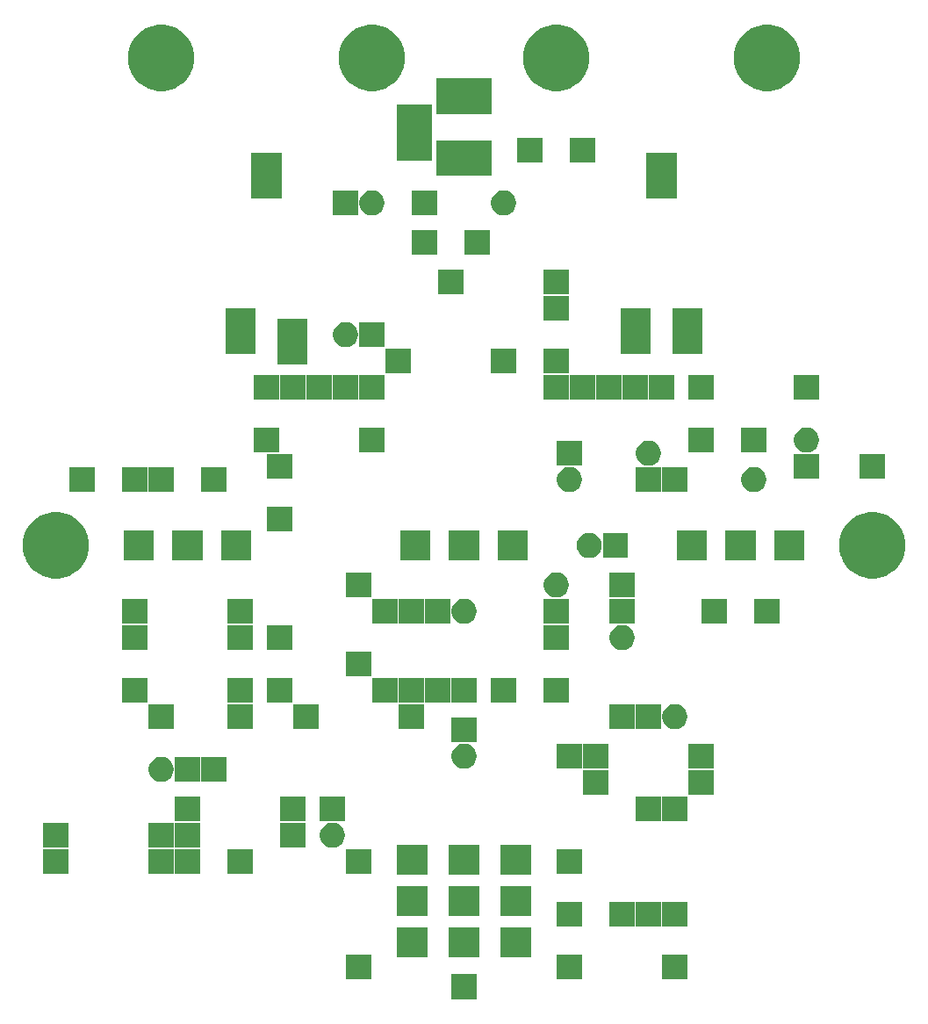
<source format=gbr>
G04 #@! TF.GenerationSoftware,KiCad,Pcbnew,5.1.6-c6e7f7d~87~ubuntu19.10.1*
G04 #@! TF.CreationDate,2022-03-20T14:59:11+06:00*
G04 #@! TF.ProjectId,good_grief_overdrive_r1a,676f6f64-5f67-4726-9965-665f6f766572,1A*
G04 #@! TF.SameCoordinates,Original*
G04 #@! TF.FileFunction,Soldermask,Bot*
G04 #@! TF.FilePolarity,Negative*
%FSLAX46Y46*%
G04 Gerber Fmt 4.6, Leading zero omitted, Abs format (unit mm)*
G04 Created by KiCad (PCBNEW 5.1.6-c6e7f7d~87~ubuntu19.10.1) date 2022-03-20 14:59:11*
%MOMM*%
%LPD*%
G01*
G04 APERTURE LIST*
%ADD10C,0.100000*%
G04 APERTURE END LIST*
D10*
G36*
X106610000Y-187255000D02*
G01*
X104210000Y-187255000D01*
X104210000Y-184855000D01*
X106610000Y-184855000D01*
X106610000Y-187255000D01*
G37*
G36*
X96450000Y-185350000D02*
G01*
X94050000Y-185350000D01*
X94050000Y-182950000D01*
X96450000Y-182950000D01*
X96450000Y-185350000D01*
G37*
G36*
X126930000Y-185350000D02*
G01*
X124530000Y-185350000D01*
X124530000Y-182950000D01*
X126930000Y-182950000D01*
X126930000Y-185350000D01*
G37*
G36*
X116770000Y-185350000D02*
G01*
X114370000Y-185350000D01*
X114370000Y-182950000D01*
X116770000Y-182950000D01*
X116770000Y-185350000D01*
G37*
G36*
X101860000Y-183250000D02*
G01*
X98960000Y-183250000D01*
X98960000Y-180350000D01*
X101860000Y-180350000D01*
X101860000Y-183250000D01*
G37*
G36*
X111860000Y-183250000D02*
G01*
X108960000Y-183250000D01*
X108960000Y-180350000D01*
X111860000Y-180350000D01*
X111860000Y-183250000D01*
G37*
G36*
X106860000Y-183250000D02*
G01*
X103960000Y-183250000D01*
X103960000Y-180350000D01*
X106860000Y-180350000D01*
X106860000Y-183250000D01*
G37*
G36*
X121850000Y-180270000D02*
G01*
X119450000Y-180270000D01*
X119450000Y-177870000D01*
X121850000Y-177870000D01*
X121850000Y-180270000D01*
G37*
G36*
X116770000Y-180270000D02*
G01*
X114370000Y-180270000D01*
X114370000Y-177870000D01*
X116770000Y-177870000D01*
X116770000Y-180270000D01*
G37*
G36*
X126930000Y-180270000D02*
G01*
X124530000Y-180270000D01*
X124530000Y-177870000D01*
X126930000Y-177870000D01*
X126930000Y-180270000D01*
G37*
G36*
X124390000Y-180270000D02*
G01*
X121990000Y-180270000D01*
X121990000Y-177870000D01*
X124390000Y-177870000D01*
X124390000Y-180270000D01*
G37*
G36*
X101860000Y-179250000D02*
G01*
X98960000Y-179250000D01*
X98960000Y-176350000D01*
X101860000Y-176350000D01*
X101860000Y-179250000D01*
G37*
G36*
X106860000Y-179250000D02*
G01*
X103960000Y-179250000D01*
X103960000Y-176350000D01*
X106860000Y-176350000D01*
X106860000Y-179250000D01*
G37*
G36*
X111860000Y-179250000D02*
G01*
X108960000Y-179250000D01*
X108960000Y-176350000D01*
X111860000Y-176350000D01*
X111860000Y-179250000D01*
G37*
G36*
X101860000Y-175250000D02*
G01*
X98960000Y-175250000D01*
X98960000Y-172350000D01*
X101860000Y-172350000D01*
X101860000Y-175250000D01*
G37*
G36*
X111860000Y-175250000D02*
G01*
X108960000Y-175250000D01*
X108960000Y-172350000D01*
X111860000Y-172350000D01*
X111860000Y-175250000D01*
G37*
G36*
X106860000Y-175250000D02*
G01*
X103960000Y-175250000D01*
X103960000Y-172350000D01*
X106860000Y-172350000D01*
X106860000Y-175250000D01*
G37*
G36*
X67240000Y-175190000D02*
G01*
X64840000Y-175190000D01*
X64840000Y-172790000D01*
X67240000Y-172790000D01*
X67240000Y-175190000D01*
G37*
G36*
X96450000Y-175190000D02*
G01*
X94050000Y-175190000D01*
X94050000Y-172790000D01*
X96450000Y-172790000D01*
X96450000Y-175190000D01*
G37*
G36*
X77400000Y-175190000D02*
G01*
X75000000Y-175190000D01*
X75000000Y-172790000D01*
X77400000Y-172790000D01*
X77400000Y-175190000D01*
G37*
G36*
X85020000Y-175190000D02*
G01*
X82620000Y-175190000D01*
X82620000Y-172790000D01*
X85020000Y-172790000D01*
X85020000Y-175190000D01*
G37*
G36*
X116770000Y-175190000D02*
G01*
X114370000Y-175190000D01*
X114370000Y-172790000D01*
X116770000Y-172790000D01*
X116770000Y-175190000D01*
G37*
G36*
X79940000Y-175190000D02*
G01*
X77540000Y-175190000D01*
X77540000Y-172790000D01*
X79940000Y-172790000D01*
X79940000Y-175190000D01*
G37*
G36*
X67240000Y-172650000D02*
G01*
X64840000Y-172650000D01*
X64840000Y-170250000D01*
X67240000Y-170250000D01*
X67240000Y-172650000D01*
G37*
G36*
X93060025Y-170296115D02*
G01*
X93060028Y-170296116D01*
X93060027Y-170296116D01*
X93278413Y-170386574D01*
X93474955Y-170517899D01*
X93642101Y-170685045D01*
X93773426Y-170881587D01*
X93773427Y-170881589D01*
X93863885Y-171099975D01*
X93910000Y-171331809D01*
X93910000Y-171568191D01*
X93863885Y-171800025D01*
X93863884Y-171800027D01*
X93773426Y-172018413D01*
X93642101Y-172214955D01*
X93474955Y-172382101D01*
X93278413Y-172513426D01*
X93278412Y-172513427D01*
X93278411Y-172513427D01*
X93060025Y-172603885D01*
X92828191Y-172650000D01*
X92591809Y-172650000D01*
X92359975Y-172603885D01*
X92141589Y-172513427D01*
X92141588Y-172513427D01*
X92141587Y-172513426D01*
X91945045Y-172382101D01*
X91777899Y-172214955D01*
X91646574Y-172018413D01*
X91556116Y-171800027D01*
X91556115Y-171800025D01*
X91510000Y-171568191D01*
X91510000Y-171331809D01*
X91556115Y-171099975D01*
X91646573Y-170881589D01*
X91646574Y-170881587D01*
X91777899Y-170685045D01*
X91945045Y-170517899D01*
X92141587Y-170386574D01*
X92359973Y-170296116D01*
X92359972Y-170296116D01*
X92359975Y-170296115D01*
X92591809Y-170250000D01*
X92828191Y-170250000D01*
X93060025Y-170296115D01*
G37*
G36*
X90100000Y-172650000D02*
G01*
X87700000Y-172650000D01*
X87700000Y-170250000D01*
X90100000Y-170250000D01*
X90100000Y-172650000D01*
G37*
G36*
X79940000Y-172650000D02*
G01*
X77540000Y-172650000D01*
X77540000Y-170250000D01*
X79940000Y-170250000D01*
X79940000Y-172650000D01*
G37*
G36*
X77400000Y-172650000D02*
G01*
X75000000Y-172650000D01*
X75000000Y-170250000D01*
X77400000Y-170250000D01*
X77400000Y-172650000D01*
G37*
G36*
X126930000Y-170110000D02*
G01*
X124530000Y-170110000D01*
X124530000Y-167710000D01*
X126930000Y-167710000D01*
X126930000Y-170110000D01*
G37*
G36*
X79940000Y-170110000D02*
G01*
X77540000Y-170110000D01*
X77540000Y-167710000D01*
X79940000Y-167710000D01*
X79940000Y-170110000D01*
G37*
G36*
X124390000Y-170110000D02*
G01*
X121990000Y-170110000D01*
X121990000Y-167710000D01*
X124390000Y-167710000D01*
X124390000Y-170110000D01*
G37*
G36*
X90100000Y-170110000D02*
G01*
X87700000Y-170110000D01*
X87700000Y-167710000D01*
X90100000Y-167710000D01*
X90100000Y-170110000D01*
G37*
G36*
X93910000Y-170110000D02*
G01*
X91510000Y-170110000D01*
X91510000Y-167710000D01*
X93910000Y-167710000D01*
X93910000Y-170110000D01*
G37*
G36*
X129470000Y-167570000D02*
G01*
X127070000Y-167570000D01*
X127070000Y-165170000D01*
X129470000Y-165170000D01*
X129470000Y-167570000D01*
G37*
G36*
X119310000Y-167570000D02*
G01*
X116910000Y-167570000D01*
X116910000Y-165170000D01*
X119310000Y-165170000D01*
X119310000Y-167570000D01*
G37*
G36*
X76550025Y-163946115D02*
G01*
X76555037Y-163948191D01*
X76768413Y-164036574D01*
X76964955Y-164167899D01*
X77132101Y-164335045D01*
X77174442Y-164398413D01*
X77263427Y-164531589D01*
X77353885Y-164749975D01*
X77400000Y-164981809D01*
X77400000Y-165218191D01*
X77353885Y-165450025D01*
X77353884Y-165450027D01*
X77263426Y-165668413D01*
X77132101Y-165864955D01*
X76964955Y-166032101D01*
X76768413Y-166163426D01*
X76768412Y-166163427D01*
X76768411Y-166163427D01*
X76550025Y-166253885D01*
X76318191Y-166300000D01*
X76081809Y-166300000D01*
X75849975Y-166253885D01*
X75631589Y-166163427D01*
X75631588Y-166163427D01*
X75631587Y-166163426D01*
X75435045Y-166032101D01*
X75267899Y-165864955D01*
X75136574Y-165668413D01*
X75046116Y-165450027D01*
X75046115Y-165450025D01*
X75000000Y-165218191D01*
X75000000Y-164981809D01*
X75046115Y-164749975D01*
X75136573Y-164531589D01*
X75225558Y-164398413D01*
X75267899Y-164335045D01*
X75435045Y-164167899D01*
X75631587Y-164036574D01*
X75844963Y-163948191D01*
X75849975Y-163946115D01*
X76081809Y-163900000D01*
X76318191Y-163900000D01*
X76550025Y-163946115D01*
G37*
G36*
X82480000Y-166300000D02*
G01*
X80080000Y-166300000D01*
X80080000Y-163900000D01*
X82480000Y-163900000D01*
X82480000Y-166300000D01*
G37*
G36*
X79940000Y-166300000D02*
G01*
X77540000Y-166300000D01*
X77540000Y-163900000D01*
X79940000Y-163900000D01*
X79940000Y-166300000D01*
G37*
G36*
X105760025Y-162676115D02*
G01*
X105760028Y-162676116D01*
X105760027Y-162676116D01*
X105978413Y-162766574D01*
X106174955Y-162897899D01*
X106342101Y-163065045D01*
X106473426Y-163261587D01*
X106473427Y-163261589D01*
X106563885Y-163479975D01*
X106610000Y-163711809D01*
X106610000Y-163948191D01*
X106563885Y-164180025D01*
X106473427Y-164398411D01*
X106473426Y-164398413D01*
X106342101Y-164594955D01*
X106174955Y-164762101D01*
X105978413Y-164893426D01*
X105978412Y-164893427D01*
X105978411Y-164893427D01*
X105760025Y-164983885D01*
X105528191Y-165030000D01*
X105291809Y-165030000D01*
X105059975Y-164983885D01*
X104841589Y-164893427D01*
X104841588Y-164893427D01*
X104841587Y-164893426D01*
X104645045Y-164762101D01*
X104477899Y-164594955D01*
X104346574Y-164398413D01*
X104346573Y-164398411D01*
X104256115Y-164180025D01*
X104210000Y-163948191D01*
X104210000Y-163711809D01*
X104256115Y-163479975D01*
X104346573Y-163261589D01*
X104346574Y-163261587D01*
X104477899Y-163065045D01*
X104645045Y-162897899D01*
X104841587Y-162766574D01*
X105059973Y-162676116D01*
X105059972Y-162676116D01*
X105059975Y-162676115D01*
X105291809Y-162630000D01*
X105528191Y-162630000D01*
X105760025Y-162676115D01*
G37*
G36*
X116770000Y-165030000D02*
G01*
X114370000Y-165030000D01*
X114370000Y-162630000D01*
X116770000Y-162630000D01*
X116770000Y-165030000D01*
G37*
G36*
X119310000Y-165030000D02*
G01*
X116910000Y-165030000D01*
X116910000Y-162630000D01*
X119310000Y-162630000D01*
X119310000Y-165030000D01*
G37*
G36*
X129470000Y-165030000D02*
G01*
X127070000Y-165030000D01*
X127070000Y-162630000D01*
X129470000Y-162630000D01*
X129470000Y-165030000D01*
G37*
G36*
X106610000Y-162490000D02*
G01*
X104210000Y-162490000D01*
X104210000Y-160090000D01*
X106610000Y-160090000D01*
X106610000Y-162490000D01*
G37*
G36*
X124390000Y-161220000D02*
G01*
X121990000Y-161220000D01*
X121990000Y-158820000D01*
X124390000Y-158820000D01*
X124390000Y-161220000D01*
G37*
G36*
X91370000Y-161220000D02*
G01*
X88970000Y-161220000D01*
X88970000Y-158820000D01*
X91370000Y-158820000D01*
X91370000Y-161220000D01*
G37*
G36*
X85020000Y-161220000D02*
G01*
X82620000Y-161220000D01*
X82620000Y-158820000D01*
X85020000Y-158820000D01*
X85020000Y-161220000D01*
G37*
G36*
X77400000Y-161220000D02*
G01*
X75000000Y-161220000D01*
X75000000Y-158820000D01*
X77400000Y-158820000D01*
X77400000Y-161220000D01*
G37*
G36*
X101530000Y-161220000D02*
G01*
X99130000Y-161220000D01*
X99130000Y-158820000D01*
X101530000Y-158820000D01*
X101530000Y-161220000D01*
G37*
G36*
X121850000Y-161220000D02*
G01*
X119450000Y-161220000D01*
X119450000Y-158820000D01*
X121850000Y-158820000D01*
X121850000Y-161220000D01*
G37*
G36*
X126080025Y-158866115D02*
G01*
X126080028Y-158866116D01*
X126080027Y-158866116D01*
X126298413Y-158956574D01*
X126494955Y-159087899D01*
X126662101Y-159255045D01*
X126793426Y-159451587D01*
X126793427Y-159451589D01*
X126883885Y-159669975D01*
X126930000Y-159901809D01*
X126930000Y-160138191D01*
X126883885Y-160370025D01*
X126883884Y-160370027D01*
X126793426Y-160588413D01*
X126662101Y-160784955D01*
X126494955Y-160952101D01*
X126298413Y-161083426D01*
X126298412Y-161083427D01*
X126298411Y-161083427D01*
X126080025Y-161173885D01*
X125848191Y-161220000D01*
X125611809Y-161220000D01*
X125379975Y-161173885D01*
X125161589Y-161083427D01*
X125161588Y-161083427D01*
X125161587Y-161083426D01*
X124965045Y-160952101D01*
X124797899Y-160784955D01*
X124666574Y-160588413D01*
X124576116Y-160370027D01*
X124576115Y-160370025D01*
X124530000Y-160138191D01*
X124530000Y-159901809D01*
X124576115Y-159669975D01*
X124666573Y-159451589D01*
X124666574Y-159451587D01*
X124797899Y-159255045D01*
X124965045Y-159087899D01*
X125161587Y-158956574D01*
X125379973Y-158866116D01*
X125379972Y-158866116D01*
X125379975Y-158866115D01*
X125611809Y-158820000D01*
X125848191Y-158820000D01*
X126080025Y-158866115D01*
G37*
G36*
X115500000Y-158680000D02*
G01*
X113100000Y-158680000D01*
X113100000Y-156280000D01*
X115500000Y-156280000D01*
X115500000Y-158680000D01*
G37*
G36*
X110420000Y-158680000D02*
G01*
X108020000Y-158680000D01*
X108020000Y-156280000D01*
X110420000Y-156280000D01*
X110420000Y-158680000D01*
G37*
G36*
X85020000Y-158680000D02*
G01*
X82620000Y-158680000D01*
X82620000Y-156280000D01*
X85020000Y-156280000D01*
X85020000Y-158680000D01*
G37*
G36*
X88830000Y-158680000D02*
G01*
X86430000Y-158680000D01*
X86430000Y-156280000D01*
X88830000Y-156280000D01*
X88830000Y-158680000D01*
G37*
G36*
X101530000Y-158680000D02*
G01*
X99130000Y-158680000D01*
X99130000Y-156280000D01*
X101530000Y-156280000D01*
X101530000Y-158680000D01*
G37*
G36*
X74860000Y-158680000D02*
G01*
X72460000Y-158680000D01*
X72460000Y-156280000D01*
X74860000Y-156280000D01*
X74860000Y-158680000D01*
G37*
G36*
X106610000Y-158680000D02*
G01*
X104210000Y-158680000D01*
X104210000Y-156280000D01*
X106610000Y-156280000D01*
X106610000Y-158680000D01*
G37*
G36*
X104070000Y-158680000D02*
G01*
X101670000Y-158680000D01*
X101670000Y-156280000D01*
X104070000Y-156280000D01*
X104070000Y-158680000D01*
G37*
G36*
X98990000Y-158680000D02*
G01*
X96590000Y-158680000D01*
X96590000Y-156280000D01*
X98990000Y-156280000D01*
X98990000Y-158680000D01*
G37*
G36*
X96450000Y-156140000D02*
G01*
X94050000Y-156140000D01*
X94050000Y-153740000D01*
X96450000Y-153740000D01*
X96450000Y-156140000D01*
G37*
G36*
X121000025Y-151246115D02*
G01*
X121000028Y-151246116D01*
X121000027Y-151246116D01*
X121218413Y-151336574D01*
X121414955Y-151467899D01*
X121582101Y-151635045D01*
X121713426Y-151831587D01*
X121713427Y-151831589D01*
X121803885Y-152049975D01*
X121850000Y-152281809D01*
X121850000Y-152518191D01*
X121803885Y-152750025D01*
X121803884Y-152750027D01*
X121713426Y-152968413D01*
X121582101Y-153164955D01*
X121414955Y-153332101D01*
X121218413Y-153463426D01*
X121218412Y-153463427D01*
X121218411Y-153463427D01*
X121000025Y-153553885D01*
X120768191Y-153600000D01*
X120531809Y-153600000D01*
X120299975Y-153553885D01*
X120081589Y-153463427D01*
X120081588Y-153463427D01*
X120081587Y-153463426D01*
X119885045Y-153332101D01*
X119717899Y-153164955D01*
X119586574Y-152968413D01*
X119496116Y-152750027D01*
X119496115Y-152750025D01*
X119450000Y-152518191D01*
X119450000Y-152281809D01*
X119496115Y-152049975D01*
X119586573Y-151831589D01*
X119586574Y-151831587D01*
X119717899Y-151635045D01*
X119885045Y-151467899D01*
X120081587Y-151336574D01*
X120299973Y-151246116D01*
X120299972Y-151246116D01*
X120299975Y-151246115D01*
X120531809Y-151200000D01*
X120768191Y-151200000D01*
X121000025Y-151246115D01*
G37*
G36*
X115500000Y-153600000D02*
G01*
X113100000Y-153600000D01*
X113100000Y-151200000D01*
X115500000Y-151200000D01*
X115500000Y-153600000D01*
G37*
G36*
X88830000Y-153600000D02*
G01*
X86430000Y-153600000D01*
X86430000Y-151200000D01*
X88830000Y-151200000D01*
X88830000Y-153600000D01*
G37*
G36*
X74860000Y-153600000D02*
G01*
X72460000Y-153600000D01*
X72460000Y-151200000D01*
X74860000Y-151200000D01*
X74860000Y-153600000D01*
G37*
G36*
X85020000Y-153600000D02*
G01*
X82620000Y-153600000D01*
X82620000Y-151200000D01*
X85020000Y-151200000D01*
X85020000Y-153600000D01*
G37*
G36*
X98990000Y-151060000D02*
G01*
X96590000Y-151060000D01*
X96590000Y-148660000D01*
X98990000Y-148660000D01*
X98990000Y-151060000D01*
G37*
G36*
X74860000Y-151060000D02*
G01*
X72460000Y-151060000D01*
X72460000Y-148660000D01*
X74860000Y-148660000D01*
X74860000Y-151060000D01*
G37*
G36*
X130740000Y-151060000D02*
G01*
X128340000Y-151060000D01*
X128340000Y-148660000D01*
X130740000Y-148660000D01*
X130740000Y-151060000D01*
G37*
G36*
X104070000Y-151060000D02*
G01*
X101670000Y-151060000D01*
X101670000Y-148660000D01*
X104070000Y-148660000D01*
X104070000Y-151060000D01*
G37*
G36*
X101530000Y-151060000D02*
G01*
X99130000Y-151060000D01*
X99130000Y-148660000D01*
X101530000Y-148660000D01*
X101530000Y-151060000D01*
G37*
G36*
X135820000Y-151060000D02*
G01*
X133420000Y-151060000D01*
X133420000Y-148660000D01*
X135820000Y-148660000D01*
X135820000Y-151060000D01*
G37*
G36*
X115500000Y-151060000D02*
G01*
X113100000Y-151060000D01*
X113100000Y-148660000D01*
X115500000Y-148660000D01*
X115500000Y-151060000D01*
G37*
G36*
X105760025Y-148706115D02*
G01*
X105760028Y-148706116D01*
X105760027Y-148706116D01*
X105978413Y-148796574D01*
X106174955Y-148927899D01*
X106342101Y-149095045D01*
X106473426Y-149291587D01*
X106473427Y-149291589D01*
X106563885Y-149509975D01*
X106610000Y-149741809D01*
X106610000Y-149978191D01*
X106563885Y-150210025D01*
X106563884Y-150210027D01*
X106473426Y-150428413D01*
X106342101Y-150624955D01*
X106174955Y-150792101D01*
X105978413Y-150923426D01*
X105978412Y-150923427D01*
X105978411Y-150923427D01*
X105760025Y-151013885D01*
X105528191Y-151060000D01*
X105291809Y-151060000D01*
X105059975Y-151013885D01*
X104841589Y-150923427D01*
X104841588Y-150923427D01*
X104841587Y-150923426D01*
X104645045Y-150792101D01*
X104477899Y-150624955D01*
X104346574Y-150428413D01*
X104256116Y-150210027D01*
X104256115Y-150210025D01*
X104210000Y-149978191D01*
X104210000Y-149741809D01*
X104256115Y-149509975D01*
X104346573Y-149291589D01*
X104346574Y-149291587D01*
X104477899Y-149095045D01*
X104645045Y-148927899D01*
X104841587Y-148796574D01*
X105059973Y-148706116D01*
X105059972Y-148706116D01*
X105059975Y-148706115D01*
X105291809Y-148660000D01*
X105528191Y-148660000D01*
X105760025Y-148706115D01*
G37*
G36*
X85020000Y-151060000D02*
G01*
X82620000Y-151060000D01*
X82620000Y-148660000D01*
X85020000Y-148660000D01*
X85020000Y-151060000D01*
G37*
G36*
X121850000Y-151060000D02*
G01*
X119450000Y-151060000D01*
X119450000Y-148660000D01*
X121850000Y-148660000D01*
X121850000Y-151060000D01*
G37*
G36*
X114650025Y-146166115D02*
G01*
X114650028Y-146166116D01*
X114650027Y-146166116D01*
X114868413Y-146256574D01*
X115064955Y-146387899D01*
X115232101Y-146555045D01*
X115335638Y-146710000D01*
X115363427Y-146751589D01*
X115453885Y-146969975D01*
X115500000Y-147201809D01*
X115500000Y-147438191D01*
X115453885Y-147670025D01*
X115453884Y-147670027D01*
X115363426Y-147888413D01*
X115232101Y-148084955D01*
X115064955Y-148252101D01*
X114868413Y-148383426D01*
X114868412Y-148383427D01*
X114868411Y-148383427D01*
X114650025Y-148473885D01*
X114418191Y-148520000D01*
X114181809Y-148520000D01*
X113949975Y-148473885D01*
X113731589Y-148383427D01*
X113731588Y-148383427D01*
X113731587Y-148383426D01*
X113535045Y-148252101D01*
X113367899Y-148084955D01*
X113236574Y-147888413D01*
X113146116Y-147670027D01*
X113146115Y-147670025D01*
X113100000Y-147438191D01*
X113100000Y-147201809D01*
X113146115Y-146969975D01*
X113236573Y-146751589D01*
X113264362Y-146710000D01*
X113367899Y-146555045D01*
X113535045Y-146387899D01*
X113731587Y-146256574D01*
X113949973Y-146166116D01*
X113949972Y-146166116D01*
X113949975Y-146166115D01*
X114181809Y-146120000D01*
X114418191Y-146120000D01*
X114650025Y-146166115D01*
G37*
G36*
X121850000Y-148520000D02*
G01*
X119450000Y-148520000D01*
X119450000Y-146120000D01*
X121850000Y-146120000D01*
X121850000Y-148520000D01*
G37*
G36*
X96450000Y-148520000D02*
G01*
X94050000Y-148520000D01*
X94050000Y-146120000D01*
X96450000Y-146120000D01*
X96450000Y-148520000D01*
G37*
G36*
X145713404Y-140432974D02*
G01*
X146054545Y-140574279D01*
X146295768Y-140674197D01*
X146819881Y-141024398D01*
X147265602Y-141470119D01*
X147615803Y-141994232D01*
X147615803Y-141994233D01*
X147857026Y-142576596D01*
X147980000Y-143194826D01*
X147980000Y-143825174D01*
X147857026Y-144443404D01*
X147746598Y-144710000D01*
X147615803Y-145025768D01*
X147265602Y-145549881D01*
X146819881Y-145995602D01*
X146295768Y-146345803D01*
X146054545Y-146445721D01*
X145713404Y-146587026D01*
X145095174Y-146710000D01*
X144464826Y-146710000D01*
X143846596Y-146587026D01*
X143505455Y-146445721D01*
X143264232Y-146345803D01*
X142740119Y-145995602D01*
X142294398Y-145549881D01*
X141944197Y-145025768D01*
X141813402Y-144710000D01*
X141702974Y-144443404D01*
X141580000Y-143825174D01*
X141580000Y-143194826D01*
X141702974Y-142576596D01*
X141944197Y-141994233D01*
X141944197Y-141994232D01*
X142294398Y-141470119D01*
X142740119Y-141024398D01*
X143264232Y-140674197D01*
X143505455Y-140574279D01*
X143846596Y-140432974D01*
X144464826Y-140310000D01*
X145095174Y-140310000D01*
X145713404Y-140432974D01*
G37*
G36*
X66973404Y-140432974D02*
G01*
X67314545Y-140574279D01*
X67555768Y-140674197D01*
X68079881Y-141024398D01*
X68525602Y-141470119D01*
X68875803Y-141994232D01*
X68875803Y-141994233D01*
X69117026Y-142576596D01*
X69240000Y-143194826D01*
X69240000Y-143825174D01*
X69117026Y-144443404D01*
X69006598Y-144710000D01*
X68875803Y-145025768D01*
X68525602Y-145549881D01*
X68079881Y-145995602D01*
X67555768Y-146345803D01*
X67314545Y-146445721D01*
X66973404Y-146587026D01*
X66355174Y-146710000D01*
X65724826Y-146710000D01*
X65106596Y-146587026D01*
X64765455Y-146445721D01*
X64524232Y-146345803D01*
X64000119Y-145995602D01*
X63554398Y-145549881D01*
X63204197Y-145025768D01*
X63073402Y-144710000D01*
X62962974Y-144443404D01*
X62840000Y-143825174D01*
X62840000Y-143194826D01*
X62962974Y-142576596D01*
X63204197Y-141994233D01*
X63204197Y-141994232D01*
X63554398Y-141470119D01*
X64000119Y-141024398D01*
X64524232Y-140674197D01*
X64765455Y-140574279D01*
X65106596Y-140432974D01*
X65724826Y-140310000D01*
X66355174Y-140310000D01*
X66973404Y-140432974D01*
G37*
G36*
X111560000Y-144960000D02*
G01*
X108660000Y-144960000D01*
X108660000Y-142060000D01*
X111560000Y-142060000D01*
X111560000Y-144960000D01*
G37*
G36*
X106860000Y-144960000D02*
G01*
X103960000Y-144960000D01*
X103960000Y-142060000D01*
X106860000Y-142060000D01*
X106860000Y-144960000D01*
G37*
G36*
X102160000Y-144960000D02*
G01*
X99260000Y-144960000D01*
X99260000Y-142060000D01*
X102160000Y-142060000D01*
X102160000Y-144960000D01*
G37*
G36*
X128830000Y-144960000D02*
G01*
X125930000Y-144960000D01*
X125930000Y-142060000D01*
X128830000Y-142060000D01*
X128830000Y-144960000D01*
G37*
G36*
X133530000Y-144960000D02*
G01*
X130630000Y-144960000D01*
X130630000Y-142060000D01*
X133530000Y-142060000D01*
X133530000Y-144960000D01*
G37*
G36*
X84890000Y-144960000D02*
G01*
X81990000Y-144960000D01*
X81990000Y-142060000D01*
X84890000Y-142060000D01*
X84890000Y-144960000D01*
G37*
G36*
X75490000Y-144960000D02*
G01*
X72590000Y-144960000D01*
X72590000Y-142060000D01*
X75490000Y-142060000D01*
X75490000Y-144960000D01*
G37*
G36*
X80190000Y-144960000D02*
G01*
X77290000Y-144960000D01*
X77290000Y-142060000D01*
X80190000Y-142060000D01*
X80190000Y-144960000D01*
G37*
G36*
X138230000Y-144960000D02*
G01*
X135330000Y-144960000D01*
X135330000Y-142060000D01*
X138230000Y-142060000D01*
X138230000Y-144960000D01*
G37*
G36*
X117825025Y-142356115D02*
G01*
X117825028Y-142356116D01*
X117825027Y-142356116D01*
X118043413Y-142446574D01*
X118239955Y-142577899D01*
X118407101Y-142745045D01*
X118538426Y-142941587D01*
X118538427Y-142941589D01*
X118628885Y-143159975D01*
X118675000Y-143391809D01*
X118675000Y-143628191D01*
X118628885Y-143860025D01*
X118628884Y-143860027D01*
X118538426Y-144078413D01*
X118407101Y-144274955D01*
X118239955Y-144442101D01*
X118043413Y-144573426D01*
X118043412Y-144573427D01*
X118043411Y-144573427D01*
X117825025Y-144663885D01*
X117593191Y-144710000D01*
X117356809Y-144710000D01*
X117124975Y-144663885D01*
X116906589Y-144573427D01*
X116906588Y-144573427D01*
X116906587Y-144573426D01*
X116710045Y-144442101D01*
X116542899Y-144274955D01*
X116411574Y-144078413D01*
X116321116Y-143860027D01*
X116321115Y-143860025D01*
X116275000Y-143628191D01*
X116275000Y-143391809D01*
X116321115Y-143159975D01*
X116411573Y-142941589D01*
X116411574Y-142941587D01*
X116542899Y-142745045D01*
X116710045Y-142577899D01*
X116906587Y-142446574D01*
X117124973Y-142356116D01*
X117124972Y-142356116D01*
X117124975Y-142356115D01*
X117356809Y-142310000D01*
X117593191Y-142310000D01*
X117825025Y-142356115D01*
G37*
G36*
X121215000Y-144710000D02*
G01*
X118815000Y-144710000D01*
X118815000Y-142310000D01*
X121215000Y-142310000D01*
X121215000Y-144710000D01*
G37*
G36*
X88830000Y-142170000D02*
G01*
X86430000Y-142170000D01*
X86430000Y-139770000D01*
X88830000Y-139770000D01*
X88830000Y-142170000D01*
G37*
G36*
X124390000Y-138360000D02*
G01*
X121990000Y-138360000D01*
X121990000Y-135960000D01*
X124390000Y-135960000D01*
X124390000Y-138360000D01*
G37*
G36*
X69780000Y-138360000D02*
G01*
X67380000Y-138360000D01*
X67380000Y-135960000D01*
X69780000Y-135960000D01*
X69780000Y-138360000D01*
G37*
G36*
X74860000Y-138360000D02*
G01*
X72460000Y-138360000D01*
X72460000Y-135960000D01*
X74860000Y-135960000D01*
X74860000Y-138360000D01*
G37*
G36*
X77400000Y-138360000D02*
G01*
X75000000Y-138360000D01*
X75000000Y-135960000D01*
X77400000Y-135960000D01*
X77400000Y-138360000D01*
G37*
G36*
X115920025Y-136006115D02*
G01*
X115920028Y-136006116D01*
X115920027Y-136006116D01*
X116138413Y-136096574D01*
X116334955Y-136227899D01*
X116502101Y-136395045D01*
X116633426Y-136591587D01*
X116633427Y-136591589D01*
X116723885Y-136809975D01*
X116770000Y-137041809D01*
X116770000Y-137278191D01*
X116723885Y-137510025D01*
X116723884Y-137510027D01*
X116633426Y-137728413D01*
X116502101Y-137924955D01*
X116334955Y-138092101D01*
X116138413Y-138223426D01*
X116138412Y-138223427D01*
X116138411Y-138223427D01*
X115920025Y-138313885D01*
X115688191Y-138360000D01*
X115451809Y-138360000D01*
X115219975Y-138313885D01*
X115001589Y-138223427D01*
X115001588Y-138223427D01*
X115001587Y-138223426D01*
X114805045Y-138092101D01*
X114637899Y-137924955D01*
X114506574Y-137728413D01*
X114416116Y-137510027D01*
X114416115Y-137510025D01*
X114370000Y-137278191D01*
X114370000Y-137041809D01*
X114416115Y-136809975D01*
X114506573Y-136591589D01*
X114506574Y-136591587D01*
X114637899Y-136395045D01*
X114805045Y-136227899D01*
X115001587Y-136096574D01*
X115219973Y-136006116D01*
X115219972Y-136006116D01*
X115219975Y-136006115D01*
X115451809Y-135960000D01*
X115688191Y-135960000D01*
X115920025Y-136006115D01*
G37*
G36*
X82480000Y-138360000D02*
G01*
X80080000Y-138360000D01*
X80080000Y-135960000D01*
X82480000Y-135960000D01*
X82480000Y-138360000D01*
G37*
G36*
X126930000Y-138360000D02*
G01*
X124530000Y-138360000D01*
X124530000Y-135960000D01*
X126930000Y-135960000D01*
X126930000Y-138360000D01*
G37*
G36*
X133700025Y-136006115D02*
G01*
X133700028Y-136006116D01*
X133700027Y-136006116D01*
X133918413Y-136096574D01*
X134114955Y-136227899D01*
X134282101Y-136395045D01*
X134413426Y-136591587D01*
X134413427Y-136591589D01*
X134503885Y-136809975D01*
X134550000Y-137041809D01*
X134550000Y-137278191D01*
X134503885Y-137510025D01*
X134503884Y-137510027D01*
X134413426Y-137728413D01*
X134282101Y-137924955D01*
X134114955Y-138092101D01*
X133918413Y-138223426D01*
X133918412Y-138223427D01*
X133918411Y-138223427D01*
X133700025Y-138313885D01*
X133468191Y-138360000D01*
X133231809Y-138360000D01*
X132999975Y-138313885D01*
X132781589Y-138223427D01*
X132781588Y-138223427D01*
X132781587Y-138223426D01*
X132585045Y-138092101D01*
X132417899Y-137924955D01*
X132286574Y-137728413D01*
X132196116Y-137510027D01*
X132196115Y-137510025D01*
X132150000Y-137278191D01*
X132150000Y-137041809D01*
X132196115Y-136809975D01*
X132286573Y-136591589D01*
X132286574Y-136591587D01*
X132417899Y-136395045D01*
X132585045Y-136227899D01*
X132781587Y-136096574D01*
X132999973Y-136006116D01*
X132999972Y-136006116D01*
X132999975Y-136006115D01*
X133231809Y-135960000D01*
X133468191Y-135960000D01*
X133700025Y-136006115D01*
G37*
G36*
X145980000Y-137090000D02*
G01*
X143580000Y-137090000D01*
X143580000Y-134690000D01*
X145980000Y-134690000D01*
X145980000Y-137090000D01*
G37*
G36*
X139630000Y-137090000D02*
G01*
X137230000Y-137090000D01*
X137230000Y-134690000D01*
X139630000Y-134690000D01*
X139630000Y-137090000D01*
G37*
G36*
X88830000Y-137090000D02*
G01*
X86430000Y-137090000D01*
X86430000Y-134690000D01*
X88830000Y-134690000D01*
X88830000Y-137090000D01*
G37*
G36*
X123540025Y-133466115D02*
G01*
X123545037Y-133468191D01*
X123758413Y-133556574D01*
X123954955Y-133687899D01*
X124122101Y-133855045D01*
X124164442Y-133918413D01*
X124253427Y-134051589D01*
X124343885Y-134269975D01*
X124390000Y-134501809D01*
X124390000Y-134738191D01*
X124343885Y-134970025D01*
X124343884Y-134970027D01*
X124253426Y-135188413D01*
X124122101Y-135384955D01*
X123954955Y-135552101D01*
X123758413Y-135683426D01*
X123758412Y-135683427D01*
X123758411Y-135683427D01*
X123540025Y-135773885D01*
X123308191Y-135820000D01*
X123071809Y-135820000D01*
X122839975Y-135773885D01*
X122621589Y-135683427D01*
X122621588Y-135683427D01*
X122621587Y-135683426D01*
X122425045Y-135552101D01*
X122257899Y-135384955D01*
X122126574Y-135188413D01*
X122036116Y-134970027D01*
X122036115Y-134970025D01*
X121990000Y-134738191D01*
X121990000Y-134501809D01*
X122036115Y-134269975D01*
X122126573Y-134051589D01*
X122215558Y-133918413D01*
X122257899Y-133855045D01*
X122425045Y-133687899D01*
X122621587Y-133556574D01*
X122834963Y-133468191D01*
X122839975Y-133466115D01*
X123071809Y-133420000D01*
X123308191Y-133420000D01*
X123540025Y-133466115D01*
G37*
G36*
X116770000Y-135820000D02*
G01*
X114370000Y-135820000D01*
X114370000Y-133420000D01*
X116770000Y-133420000D01*
X116770000Y-135820000D01*
G37*
G36*
X129470000Y-134550000D02*
G01*
X127070000Y-134550000D01*
X127070000Y-132150000D01*
X129470000Y-132150000D01*
X129470000Y-134550000D01*
G37*
G36*
X87560000Y-134550000D02*
G01*
X85160000Y-134550000D01*
X85160000Y-132150000D01*
X87560000Y-132150000D01*
X87560000Y-134550000D01*
G37*
G36*
X97720000Y-134550000D02*
G01*
X95320000Y-134550000D01*
X95320000Y-132150000D01*
X97720000Y-132150000D01*
X97720000Y-134550000D01*
G37*
G36*
X138780025Y-132196115D02*
G01*
X138780028Y-132196116D01*
X138780027Y-132196116D01*
X138998413Y-132286574D01*
X139194955Y-132417899D01*
X139362101Y-132585045D01*
X139493426Y-132781587D01*
X139493427Y-132781589D01*
X139583885Y-132999975D01*
X139630000Y-133231809D01*
X139630000Y-133468191D01*
X139583885Y-133700025D01*
X139493427Y-133918411D01*
X139493426Y-133918413D01*
X139362101Y-134114955D01*
X139194955Y-134282101D01*
X138998413Y-134413426D01*
X138998412Y-134413427D01*
X138998411Y-134413427D01*
X138780025Y-134503885D01*
X138548191Y-134550000D01*
X138311809Y-134550000D01*
X138079975Y-134503885D01*
X137861589Y-134413427D01*
X137861588Y-134413427D01*
X137861587Y-134413426D01*
X137665045Y-134282101D01*
X137497899Y-134114955D01*
X137366574Y-133918413D01*
X137366573Y-133918411D01*
X137276115Y-133700025D01*
X137230000Y-133468191D01*
X137230000Y-133231809D01*
X137276115Y-132999975D01*
X137366573Y-132781589D01*
X137366574Y-132781587D01*
X137497899Y-132585045D01*
X137665045Y-132417899D01*
X137861587Y-132286574D01*
X138079973Y-132196116D01*
X138079972Y-132196116D01*
X138079975Y-132196115D01*
X138311809Y-132150000D01*
X138548191Y-132150000D01*
X138780025Y-132196115D01*
G37*
G36*
X134550000Y-134550000D02*
G01*
X132150000Y-134550000D01*
X132150000Y-132150000D01*
X134550000Y-132150000D01*
X134550000Y-134550000D01*
G37*
G36*
X120580000Y-129470000D02*
G01*
X118180000Y-129470000D01*
X118180000Y-127070000D01*
X120580000Y-127070000D01*
X120580000Y-129470000D01*
G37*
G36*
X123120000Y-129470000D02*
G01*
X120720000Y-129470000D01*
X120720000Y-127070000D01*
X123120000Y-127070000D01*
X123120000Y-129470000D01*
G37*
G36*
X95180000Y-129470000D02*
G01*
X92780000Y-129470000D01*
X92780000Y-127070000D01*
X95180000Y-127070000D01*
X95180000Y-129470000D01*
G37*
G36*
X87560000Y-129470000D02*
G01*
X85160000Y-129470000D01*
X85160000Y-127070000D01*
X87560000Y-127070000D01*
X87560000Y-129470000D01*
G37*
G36*
X90100000Y-129470000D02*
G01*
X87700000Y-129470000D01*
X87700000Y-127070000D01*
X90100000Y-127070000D01*
X90100000Y-129470000D01*
G37*
G36*
X92640000Y-129470000D02*
G01*
X90240000Y-129470000D01*
X90240000Y-127070000D01*
X92640000Y-127070000D01*
X92640000Y-129470000D01*
G37*
G36*
X115500000Y-129470000D02*
G01*
X113100000Y-129470000D01*
X113100000Y-127070000D01*
X115500000Y-127070000D01*
X115500000Y-129470000D01*
G37*
G36*
X118040000Y-129470000D02*
G01*
X115640000Y-129470000D01*
X115640000Y-127070000D01*
X118040000Y-127070000D01*
X118040000Y-129470000D01*
G37*
G36*
X97720000Y-129470000D02*
G01*
X95320000Y-129470000D01*
X95320000Y-127070000D01*
X97720000Y-127070000D01*
X97720000Y-129470000D01*
G37*
G36*
X139630000Y-129470000D02*
G01*
X137230000Y-129470000D01*
X137230000Y-127070000D01*
X139630000Y-127070000D01*
X139630000Y-129470000D01*
G37*
G36*
X129470000Y-129470000D02*
G01*
X127070000Y-129470000D01*
X127070000Y-127070000D01*
X129470000Y-127070000D01*
X129470000Y-129470000D01*
G37*
G36*
X125660000Y-129470000D02*
G01*
X123260000Y-129470000D01*
X123260000Y-127070000D01*
X125660000Y-127070000D01*
X125660000Y-129470000D01*
G37*
G36*
X110420000Y-126930000D02*
G01*
X108020000Y-126930000D01*
X108020000Y-124530000D01*
X110420000Y-124530000D01*
X110420000Y-126930000D01*
G37*
G36*
X100260000Y-126930000D02*
G01*
X97860000Y-126930000D01*
X97860000Y-124530000D01*
X100260000Y-124530000D01*
X100260000Y-126930000D01*
G37*
G36*
X115500000Y-126930000D02*
G01*
X113100000Y-126930000D01*
X113100000Y-124530000D01*
X115500000Y-124530000D01*
X115500000Y-126930000D01*
G37*
G36*
X90310000Y-126030000D02*
G01*
X87410000Y-126030000D01*
X87410000Y-121630000D01*
X90310000Y-121630000D01*
X90310000Y-126030000D01*
G37*
G36*
X128410000Y-125030000D02*
G01*
X125510000Y-125030000D01*
X125510000Y-120630000D01*
X128410000Y-120630000D01*
X128410000Y-125030000D01*
G37*
G36*
X123410000Y-125030000D02*
G01*
X120510000Y-125030000D01*
X120510000Y-120630000D01*
X123410000Y-120630000D01*
X123410000Y-125030000D01*
G37*
G36*
X85310000Y-125030000D02*
G01*
X82410000Y-125030000D01*
X82410000Y-120630000D01*
X85310000Y-120630000D01*
X85310000Y-125030000D01*
G37*
G36*
X94330025Y-122036115D02*
G01*
X94330028Y-122036116D01*
X94330027Y-122036116D01*
X94548413Y-122126574D01*
X94744955Y-122257899D01*
X94912101Y-122425045D01*
X95043426Y-122621587D01*
X95043427Y-122621589D01*
X95133885Y-122839975D01*
X95180000Y-123071809D01*
X95180000Y-123308191D01*
X95133885Y-123540025D01*
X95133884Y-123540027D01*
X95043426Y-123758413D01*
X94912101Y-123954955D01*
X94744955Y-124122101D01*
X94548413Y-124253426D01*
X94548412Y-124253427D01*
X94548411Y-124253427D01*
X94330025Y-124343885D01*
X94098191Y-124390000D01*
X93861809Y-124390000D01*
X93629975Y-124343885D01*
X93411589Y-124253427D01*
X93411588Y-124253427D01*
X93411587Y-124253426D01*
X93215045Y-124122101D01*
X93047899Y-123954955D01*
X92916574Y-123758413D01*
X92826116Y-123540027D01*
X92826115Y-123540025D01*
X92780000Y-123308191D01*
X92780000Y-123071809D01*
X92826115Y-122839975D01*
X92916573Y-122621589D01*
X92916574Y-122621587D01*
X93047899Y-122425045D01*
X93215045Y-122257899D01*
X93411587Y-122126574D01*
X93629973Y-122036116D01*
X93629972Y-122036116D01*
X93629975Y-122036115D01*
X93861809Y-121990000D01*
X94098191Y-121990000D01*
X94330025Y-122036115D01*
G37*
G36*
X97720000Y-124390000D02*
G01*
X95320000Y-124390000D01*
X95320000Y-121990000D01*
X97720000Y-121990000D01*
X97720000Y-124390000D01*
G37*
G36*
X115500000Y-121850000D02*
G01*
X113100000Y-121850000D01*
X113100000Y-119450000D01*
X115500000Y-119450000D01*
X115500000Y-121850000D01*
G37*
G36*
X105340000Y-119310000D02*
G01*
X102940000Y-119310000D01*
X102940000Y-116910000D01*
X105340000Y-116910000D01*
X105340000Y-119310000D01*
G37*
G36*
X115500000Y-119310000D02*
G01*
X113100000Y-119310000D01*
X113100000Y-116910000D01*
X115500000Y-116910000D01*
X115500000Y-119310000D01*
G37*
G36*
X102800000Y-115500000D02*
G01*
X100400000Y-115500000D01*
X100400000Y-113100000D01*
X102800000Y-113100000D01*
X102800000Y-115500000D01*
G37*
G36*
X107880000Y-115500000D02*
G01*
X105480000Y-115500000D01*
X105480000Y-113100000D01*
X107880000Y-113100000D01*
X107880000Y-115500000D01*
G37*
G36*
X95180000Y-111690000D02*
G01*
X92780000Y-111690000D01*
X92780000Y-109290000D01*
X95180000Y-109290000D01*
X95180000Y-111690000D01*
G37*
G36*
X109570025Y-109336115D02*
G01*
X109570028Y-109336116D01*
X109570027Y-109336116D01*
X109788413Y-109426574D01*
X109984955Y-109557899D01*
X110152101Y-109725045D01*
X110283426Y-109921587D01*
X110283427Y-109921589D01*
X110373885Y-110139975D01*
X110420000Y-110371809D01*
X110420000Y-110608191D01*
X110373885Y-110840025D01*
X110373884Y-110840027D01*
X110283426Y-111058413D01*
X110152101Y-111254955D01*
X109984955Y-111422101D01*
X109788413Y-111553426D01*
X109788412Y-111553427D01*
X109788411Y-111553427D01*
X109570025Y-111643885D01*
X109338191Y-111690000D01*
X109101809Y-111690000D01*
X108869975Y-111643885D01*
X108651589Y-111553427D01*
X108651588Y-111553427D01*
X108651587Y-111553426D01*
X108455045Y-111422101D01*
X108287899Y-111254955D01*
X108156574Y-111058413D01*
X108066116Y-110840027D01*
X108066115Y-110840025D01*
X108020000Y-110608191D01*
X108020000Y-110371809D01*
X108066115Y-110139975D01*
X108156573Y-109921589D01*
X108156574Y-109921587D01*
X108287899Y-109725045D01*
X108455045Y-109557899D01*
X108651587Y-109426574D01*
X108869973Y-109336116D01*
X108869972Y-109336116D01*
X108869975Y-109336115D01*
X109101809Y-109290000D01*
X109338191Y-109290000D01*
X109570025Y-109336115D01*
G37*
G36*
X102800000Y-111690000D02*
G01*
X100400000Y-111690000D01*
X100400000Y-109290000D01*
X102800000Y-109290000D01*
X102800000Y-111690000D01*
G37*
G36*
X96870025Y-109336115D02*
G01*
X96870028Y-109336116D01*
X96870027Y-109336116D01*
X97088413Y-109426574D01*
X97284955Y-109557899D01*
X97452101Y-109725045D01*
X97583426Y-109921587D01*
X97583427Y-109921589D01*
X97673885Y-110139975D01*
X97720000Y-110371809D01*
X97720000Y-110608191D01*
X97673885Y-110840025D01*
X97673884Y-110840027D01*
X97583426Y-111058413D01*
X97452101Y-111254955D01*
X97284955Y-111422101D01*
X97088413Y-111553426D01*
X97088412Y-111553427D01*
X97088411Y-111553427D01*
X96870025Y-111643885D01*
X96638191Y-111690000D01*
X96401809Y-111690000D01*
X96169975Y-111643885D01*
X95951589Y-111553427D01*
X95951588Y-111553427D01*
X95951587Y-111553426D01*
X95755045Y-111422101D01*
X95587899Y-111254955D01*
X95456574Y-111058413D01*
X95366116Y-110840027D01*
X95366115Y-110840025D01*
X95320000Y-110608191D01*
X95320000Y-110371809D01*
X95366115Y-110139975D01*
X95456573Y-109921589D01*
X95456574Y-109921587D01*
X95587899Y-109725045D01*
X95755045Y-109557899D01*
X95951587Y-109426574D01*
X96169973Y-109336116D01*
X96169972Y-109336116D01*
X96169975Y-109336115D01*
X96401809Y-109290000D01*
X96638191Y-109290000D01*
X96870025Y-109336115D01*
G37*
G36*
X87810000Y-110030000D02*
G01*
X84910000Y-110030000D01*
X84910000Y-105630000D01*
X87810000Y-105630000D01*
X87810000Y-110030000D01*
G37*
G36*
X125910000Y-110030000D02*
G01*
X123010000Y-110030000D01*
X123010000Y-105630000D01*
X125910000Y-105630000D01*
X125910000Y-110030000D01*
G37*
G36*
X108110000Y-107910000D02*
G01*
X102710000Y-107910000D01*
X102710000Y-104510000D01*
X108110000Y-104510000D01*
X108110000Y-107910000D01*
G37*
G36*
X112960000Y-106610000D02*
G01*
X110560000Y-106610000D01*
X110560000Y-104210000D01*
X112960000Y-104210000D01*
X112960000Y-106610000D01*
G37*
G36*
X118040000Y-106610000D02*
G01*
X115640000Y-106610000D01*
X115640000Y-104210000D01*
X118040000Y-104210000D01*
X118040000Y-106610000D01*
G37*
G36*
X102310000Y-106410000D02*
G01*
X98910000Y-106410000D01*
X98910000Y-101010000D01*
X102310000Y-101010000D01*
X102310000Y-106410000D01*
G37*
G36*
X108110000Y-101910000D02*
G01*
X102710000Y-101910000D01*
X102710000Y-98510000D01*
X108110000Y-98510000D01*
X108110000Y-101910000D01*
G37*
G36*
X77133404Y-93442974D02*
G01*
X77474545Y-93584279D01*
X77715768Y-93684197D01*
X78239881Y-94034398D01*
X78685602Y-94480119D01*
X79035803Y-95004232D01*
X79035803Y-95004233D01*
X79277026Y-95586596D01*
X79400000Y-96204826D01*
X79400000Y-96835174D01*
X79277026Y-97453404D01*
X79135721Y-97794545D01*
X79035803Y-98035768D01*
X78685602Y-98559881D01*
X78239881Y-99005602D01*
X77715768Y-99355803D01*
X77474545Y-99455721D01*
X77133404Y-99597026D01*
X76515174Y-99720000D01*
X75884826Y-99720000D01*
X75266596Y-99597026D01*
X74925455Y-99455721D01*
X74684232Y-99355803D01*
X74160119Y-99005602D01*
X73714398Y-98559881D01*
X73364197Y-98035768D01*
X73264279Y-97794545D01*
X73122974Y-97453404D01*
X73000000Y-96835174D01*
X73000000Y-96204826D01*
X73122974Y-95586596D01*
X73364197Y-95004233D01*
X73364197Y-95004232D01*
X73714398Y-94480119D01*
X74160119Y-94034398D01*
X74684232Y-93684197D01*
X74925455Y-93584279D01*
X75266596Y-93442974D01*
X75884826Y-93320000D01*
X76515174Y-93320000D01*
X77133404Y-93442974D01*
G37*
G36*
X135553404Y-93442974D02*
G01*
X135894545Y-93584279D01*
X136135768Y-93684197D01*
X136659881Y-94034398D01*
X137105602Y-94480119D01*
X137455803Y-95004232D01*
X137455803Y-95004233D01*
X137697026Y-95586596D01*
X137820000Y-96204826D01*
X137820000Y-96835174D01*
X137697026Y-97453404D01*
X137555721Y-97794545D01*
X137455803Y-98035768D01*
X137105602Y-98559881D01*
X136659881Y-99005602D01*
X136135768Y-99355803D01*
X135894545Y-99455721D01*
X135553404Y-99597026D01*
X134935174Y-99720000D01*
X134304826Y-99720000D01*
X133686596Y-99597026D01*
X133345455Y-99455721D01*
X133104232Y-99355803D01*
X132580119Y-99005602D01*
X132134398Y-98559881D01*
X131784197Y-98035768D01*
X131684279Y-97794545D01*
X131542974Y-97453404D01*
X131420000Y-96835174D01*
X131420000Y-96204826D01*
X131542974Y-95586596D01*
X131784197Y-95004233D01*
X131784197Y-95004232D01*
X132134398Y-94480119D01*
X132580119Y-94034398D01*
X133104232Y-93684197D01*
X133345455Y-93584279D01*
X133686596Y-93442974D01*
X134304826Y-93320000D01*
X134935174Y-93320000D01*
X135553404Y-93442974D01*
G37*
G36*
X115233404Y-93442974D02*
G01*
X115574545Y-93584279D01*
X115815768Y-93684197D01*
X116339881Y-94034398D01*
X116785602Y-94480119D01*
X117135803Y-95004232D01*
X117135803Y-95004233D01*
X117377026Y-95586596D01*
X117500000Y-96204826D01*
X117500000Y-96835174D01*
X117377026Y-97453404D01*
X117235721Y-97794545D01*
X117135803Y-98035768D01*
X116785602Y-98559881D01*
X116339881Y-99005602D01*
X115815768Y-99355803D01*
X115574545Y-99455721D01*
X115233404Y-99597026D01*
X114615174Y-99720000D01*
X113984826Y-99720000D01*
X113366596Y-99597026D01*
X113025455Y-99455721D01*
X112784232Y-99355803D01*
X112260119Y-99005602D01*
X111814398Y-98559881D01*
X111464197Y-98035768D01*
X111364279Y-97794545D01*
X111222974Y-97453404D01*
X111100000Y-96835174D01*
X111100000Y-96204826D01*
X111222974Y-95586596D01*
X111464197Y-95004233D01*
X111464197Y-95004232D01*
X111814398Y-94480119D01*
X112260119Y-94034398D01*
X112784232Y-93684197D01*
X113025455Y-93584279D01*
X113366596Y-93442974D01*
X113984826Y-93320000D01*
X114615174Y-93320000D01*
X115233404Y-93442974D01*
G37*
G36*
X97453404Y-93442974D02*
G01*
X97794545Y-93584279D01*
X98035768Y-93684197D01*
X98559881Y-94034398D01*
X99005602Y-94480119D01*
X99355803Y-95004232D01*
X99355803Y-95004233D01*
X99597026Y-95586596D01*
X99720000Y-96204826D01*
X99720000Y-96835174D01*
X99597026Y-97453404D01*
X99455721Y-97794545D01*
X99355803Y-98035768D01*
X99005602Y-98559881D01*
X98559881Y-99005602D01*
X98035768Y-99355803D01*
X97794545Y-99455721D01*
X97453404Y-99597026D01*
X96835174Y-99720000D01*
X96204826Y-99720000D01*
X95586596Y-99597026D01*
X95245455Y-99455721D01*
X95004232Y-99355803D01*
X94480119Y-99005602D01*
X94034398Y-98559881D01*
X93684197Y-98035768D01*
X93584279Y-97794545D01*
X93442974Y-97453404D01*
X93320000Y-96835174D01*
X93320000Y-96204826D01*
X93442974Y-95586596D01*
X93684197Y-95004233D01*
X93684197Y-95004232D01*
X94034398Y-94480119D01*
X94480119Y-94034398D01*
X95004232Y-93684197D01*
X95245455Y-93584279D01*
X95586596Y-93442974D01*
X96204826Y-93320000D01*
X96835174Y-93320000D01*
X97453404Y-93442974D01*
G37*
M02*

</source>
